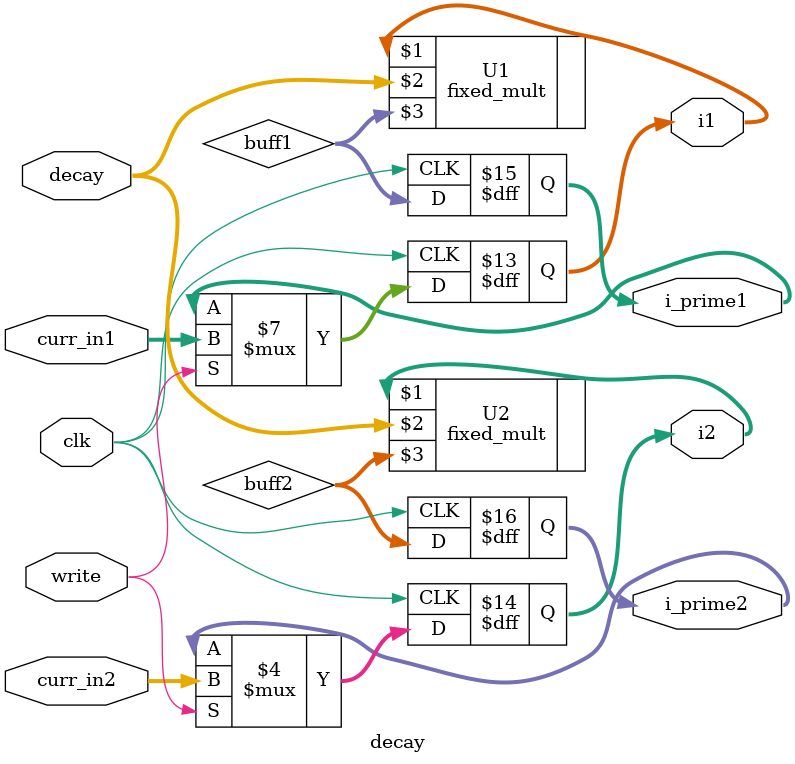
<source format=v>
module decay (clk, write, decay, curr_in1, curr_in2, i_prime1, i_prime2, i1, i2);

// Outputs
output [16:0] i1, i2, i_prime1, i_prime2;

// Inputs
input clk, write;
input [16:0] decay, curr_in1, curr_in2;

// Wire declarations
wire clk, write;
wire [16:0] decay, curr_in1, curr_in2;

// Register declarations
reg [16:0] i1, i2, i_prime1, i_prime2;

// Internel signals
wire [16:0] buff1, buff2;

// Keep multiplication of I on hand to eventually assign to I'
fixed_mult U1(i1, decay, buff1);
fixed_mult U2(i2, decay, buff2);

// Sequential logic
always @ (posedge clk) begin
	if (write == 1'b1) begin
		i_prime1 <= buff1;
		i_prime2 <= buff2;
		i1 <= curr_in1;
		i2 <= curr_in2;
	end
	else begin
		i1 <= i_prime1;
		i2 <= i_prime2;
		i_prime1 <= buff1;
		i_prime2 <= buff2;
	end
end

endmodule
</source>
